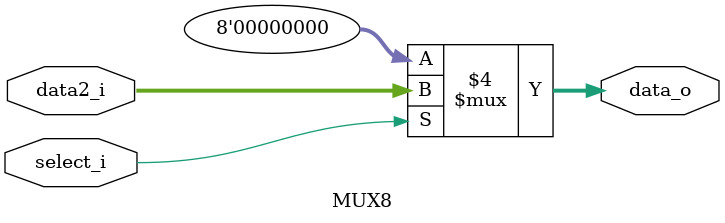
<source format=v>
module MUX8(
    data2_i,
    select_i,
    data_o
);

output reg	[7:0]	data_o;
input	[7:0]	data2_i;
input	select_i;

always	@(data1_i or data2_i or select_i)
	if	(select_i == 1'b0)
		data_o = 8'b0;
	else
		data_o = data2_i;
endmodule

</source>
